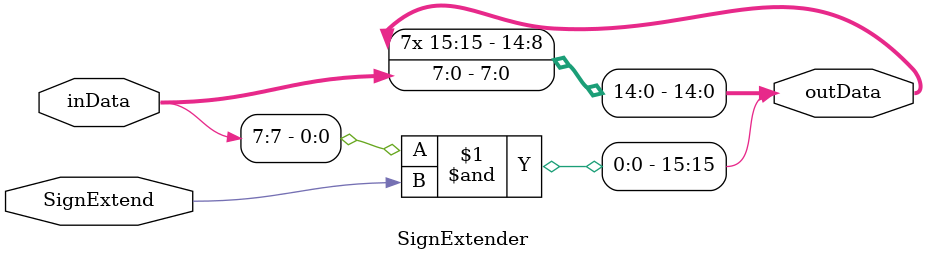
<source format=v>
`timescale 1ns / 1ps
module SignExtender(
    input [7:0] inData,
	 input SignExtend,
    output [15:0] outData
    );

	assign outData = { {8{inData[7] & SignExtend}} , inData };

endmodule

</source>
